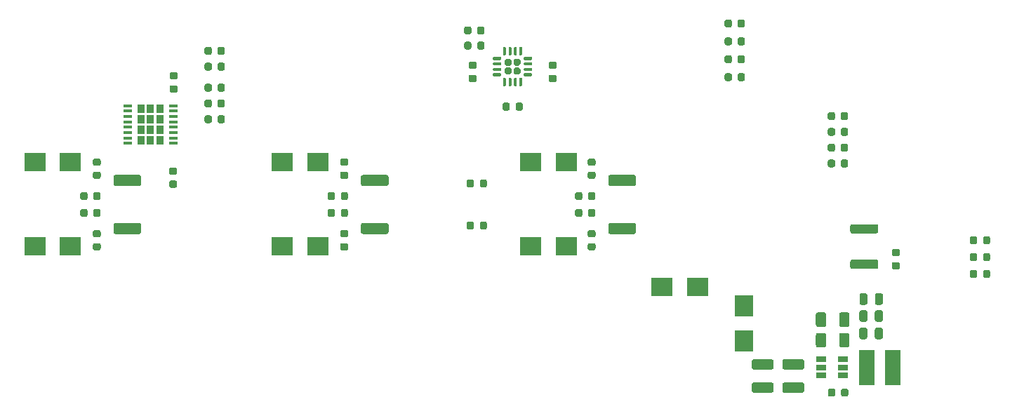
<source format=gbr>
%TF.GenerationSoftware,KiCad,Pcbnew,(5.1.6)-1*%
%TF.CreationDate,2020-09-09T14:21:18+02:00*%
%TF.ProjectId,TougherPowerMeter-FeatherWing,546f7567-6865-4725-906f-7765724d6574,rev?*%
%TF.SameCoordinates,Original*%
%TF.FileFunction,Paste,Bot*%
%TF.FilePolarity,Positive*%
%FSLAX46Y46*%
G04 Gerber Fmt 4.6, Leading zero omitted, Abs format (unit mm)*
G04 Created by KiCad (PCBNEW (5.1.6)-1) date 2020-09-09 14:21:18*
%MOMM*%
%LPD*%
G01*
G04 APERTURE LIST*
%ADD10R,2.300000X2.500000*%
%ADD11R,1.220000X0.650000*%
%ADD12R,0.880000X1.050000*%
%ADD13R,1.050000X0.450000*%
%ADD14R,1.980000X4.200000*%
%ADD15R,2.500000X2.300000*%
G04 APERTURE END LIST*
%TO.C,C23*%
G36*
G01*
X204983500Y-90626250D02*
X204983500Y-89713750D01*
G75*
G02*
X205227250Y-89470000I243750J0D01*
G01*
X205714750Y-89470000D01*
G75*
G02*
X205958500Y-89713750I0J-243750D01*
G01*
X205958500Y-90626250D01*
G75*
G02*
X205714750Y-90870000I-243750J0D01*
G01*
X205227250Y-90870000D01*
G75*
G02*
X204983500Y-90626250I0J243750D01*
G01*
G37*
G36*
G01*
X203108500Y-90626250D02*
X203108500Y-89713750D01*
G75*
G02*
X203352250Y-89470000I243750J0D01*
G01*
X203839750Y-89470000D01*
G75*
G02*
X204083500Y-89713750I0J-243750D01*
G01*
X204083500Y-90626250D01*
G75*
G02*
X203839750Y-90870000I-243750J0D01*
G01*
X203352250Y-90870000D01*
G75*
G02*
X203108500Y-90626250I0J243750D01*
G01*
G37*
%TD*%
%TO.C,C22*%
G36*
G01*
X199107000Y-92037500D02*
X199107000Y-93287500D01*
G75*
G02*
X198857000Y-93537500I-250000J0D01*
G01*
X198107000Y-93537500D01*
G75*
G02*
X197857000Y-93287500I0J250000D01*
G01*
X197857000Y-92037500D01*
G75*
G02*
X198107000Y-91787500I250000J0D01*
G01*
X198857000Y-91787500D01*
G75*
G02*
X199107000Y-92037500I0J-250000D01*
G01*
G37*
G36*
G01*
X201907000Y-92037500D02*
X201907000Y-93287500D01*
G75*
G02*
X201657000Y-93537500I-250000J0D01*
G01*
X200907000Y-93537500D01*
G75*
G02*
X200657000Y-93287500I0J250000D01*
G01*
X200657000Y-92037500D01*
G75*
G02*
X200907000Y-91787500I250000J0D01*
G01*
X201657000Y-91787500D01*
G75*
G02*
X201907000Y-92037500I0J-250000D01*
G01*
G37*
%TD*%
%TO.C,C21*%
G36*
G01*
X192511500Y-98682000D02*
X190361500Y-98682000D01*
G75*
G02*
X190111500Y-98432000I0J250000D01*
G01*
X190111500Y-97682000D01*
G75*
G02*
X190361500Y-97432000I250000J0D01*
G01*
X192511500Y-97432000D01*
G75*
G02*
X192761500Y-97682000I0J-250000D01*
G01*
X192761500Y-98432000D01*
G75*
G02*
X192511500Y-98682000I-250000J0D01*
G01*
G37*
G36*
G01*
X192511500Y-101482000D02*
X190361500Y-101482000D01*
G75*
G02*
X190111500Y-101232000I0J250000D01*
G01*
X190111500Y-100482000D01*
G75*
G02*
X190361500Y-100232000I250000J0D01*
G01*
X192511500Y-100232000D01*
G75*
G02*
X192761500Y-100482000I0J-250000D01*
G01*
X192761500Y-101232000D01*
G75*
G02*
X192511500Y-101482000I-250000J0D01*
G01*
G37*
%TD*%
%TO.C,C2*%
G36*
G01*
X196194500Y-98682000D02*
X194044500Y-98682000D01*
G75*
G02*
X193794500Y-98432000I0J250000D01*
G01*
X193794500Y-97682000D01*
G75*
G02*
X194044500Y-97432000I250000J0D01*
G01*
X196194500Y-97432000D01*
G75*
G02*
X196444500Y-97682000I0J-250000D01*
G01*
X196444500Y-98432000D01*
G75*
G02*
X196194500Y-98682000I-250000J0D01*
G01*
G37*
G36*
G01*
X196194500Y-101482000D02*
X194044500Y-101482000D01*
G75*
G02*
X193794500Y-101232000I0J250000D01*
G01*
X193794500Y-100482000D01*
G75*
G02*
X194044500Y-100232000I250000J0D01*
G01*
X196194500Y-100232000D01*
G75*
G02*
X196444500Y-100482000I0J-250000D01*
G01*
X196444500Y-101232000D01*
G75*
G02*
X196194500Y-101482000I-250000J0D01*
G01*
G37*
%TD*%
D10*
%TO.C,D8*%
X189214000Y-90957000D03*
X189214000Y-95257000D03*
%TD*%
%TO.C,R1*%
G36*
G01*
X187721000Y-60973750D02*
X187721000Y-61486250D01*
G75*
G02*
X187502250Y-61705000I-218750J0D01*
G01*
X187064750Y-61705000D01*
G75*
G02*
X186846000Y-61486250I0J218750D01*
G01*
X186846000Y-60973750D01*
G75*
G02*
X187064750Y-60755000I218750J0D01*
G01*
X187502250Y-60755000D01*
G75*
G02*
X187721000Y-60973750I0J-218750D01*
G01*
G37*
G36*
G01*
X189296000Y-60973750D02*
X189296000Y-61486250D01*
G75*
G02*
X189077250Y-61705000I-218750J0D01*
G01*
X188639750Y-61705000D01*
G75*
G02*
X188421000Y-61486250I0J218750D01*
G01*
X188421000Y-60973750D01*
G75*
G02*
X188639750Y-60755000I218750J0D01*
G01*
X189077250Y-60755000D01*
G75*
G02*
X189296000Y-60973750I0J-218750D01*
G01*
G37*
%TD*%
%TO.C,R26*%
G36*
G01*
X125683000Y-66820250D02*
X125683000Y-66307750D01*
G75*
G02*
X125901750Y-66089000I218750J0D01*
G01*
X126339250Y-66089000D01*
G75*
G02*
X126558000Y-66307750I0J-218750D01*
G01*
X126558000Y-66820250D01*
G75*
G02*
X126339250Y-67039000I-218750J0D01*
G01*
X125901750Y-67039000D01*
G75*
G02*
X125683000Y-66820250I0J218750D01*
G01*
G37*
G36*
G01*
X124108000Y-66820250D02*
X124108000Y-66307750D01*
G75*
G02*
X124326750Y-66089000I218750J0D01*
G01*
X124764250Y-66089000D01*
G75*
G02*
X124983000Y-66307750I0J-218750D01*
G01*
X124983000Y-66820250D01*
G75*
G02*
X124764250Y-67039000I-218750J0D01*
G01*
X124326750Y-67039000D01*
G75*
G02*
X124108000Y-66820250I0J218750D01*
G01*
G37*
%TD*%
%TO.C,R25*%
G36*
G01*
X125683000Y-64915250D02*
X125683000Y-64402750D01*
G75*
G02*
X125901750Y-64184000I218750J0D01*
G01*
X126339250Y-64184000D01*
G75*
G02*
X126558000Y-64402750I0J-218750D01*
G01*
X126558000Y-64915250D01*
G75*
G02*
X126339250Y-65134000I-218750J0D01*
G01*
X125901750Y-65134000D01*
G75*
G02*
X125683000Y-64915250I0J218750D01*
G01*
G37*
G36*
G01*
X124108000Y-64915250D02*
X124108000Y-64402750D01*
G75*
G02*
X124326750Y-64184000I218750J0D01*
G01*
X124764250Y-64184000D01*
G75*
G02*
X124983000Y-64402750I0J-218750D01*
G01*
X124983000Y-64915250D01*
G75*
G02*
X124764250Y-65134000I-218750J0D01*
G01*
X124326750Y-65134000D01*
G75*
G02*
X124108000Y-64915250I0J218750D01*
G01*
G37*
%TD*%
%TO.C,F1*%
G36*
G01*
X202241999Y-85411000D02*
X205142001Y-85411000D01*
G75*
G02*
X205392000Y-85660999I0J-249999D01*
G01*
X205392000Y-86286001D01*
G75*
G02*
X205142001Y-86536000I-249999J0D01*
G01*
X202241999Y-86536000D01*
G75*
G02*
X201992000Y-86286001I0J249999D01*
G01*
X201992000Y-85660999D01*
G75*
G02*
X202241999Y-85411000I249999J0D01*
G01*
G37*
G36*
G01*
X202241999Y-81136000D02*
X205142001Y-81136000D01*
G75*
G02*
X205392000Y-81385999I0J-249999D01*
G01*
X205392000Y-82011001D01*
G75*
G02*
X205142001Y-82261000I-249999J0D01*
G01*
X202241999Y-82261000D01*
G75*
G02*
X201992000Y-82011001I0J249999D01*
G01*
X201992000Y-81385999D01*
G75*
G02*
X202241999Y-81136000I249999J0D01*
G01*
G37*
%TD*%
%TO.C,C20*%
G36*
G01*
X120060250Y-75867500D02*
X120572750Y-75867500D01*
G75*
G02*
X120791500Y-76086250I0J-218750D01*
G01*
X120791500Y-76523750D01*
G75*
G02*
X120572750Y-76742500I-218750J0D01*
G01*
X120060250Y-76742500D01*
G75*
G02*
X119841500Y-76523750I0J218750D01*
G01*
X119841500Y-76086250D01*
G75*
G02*
X120060250Y-75867500I218750J0D01*
G01*
G37*
G36*
G01*
X120060250Y-74292500D02*
X120572750Y-74292500D01*
G75*
G02*
X120791500Y-74511250I0J-218750D01*
G01*
X120791500Y-74948750D01*
G75*
G02*
X120572750Y-75167500I-218750J0D01*
G01*
X120060250Y-75167500D01*
G75*
G02*
X119841500Y-74948750I0J218750D01*
G01*
X119841500Y-74511250D01*
G75*
G02*
X120060250Y-74292500I218750J0D01*
G01*
G37*
%TD*%
%TO.C,C19*%
G36*
G01*
X218012000Y-83330250D02*
X218012000Y-82817750D01*
G75*
G02*
X218230750Y-82599000I218750J0D01*
G01*
X218668250Y-82599000D01*
G75*
G02*
X218887000Y-82817750I0J-218750D01*
G01*
X218887000Y-83330250D01*
G75*
G02*
X218668250Y-83549000I-218750J0D01*
G01*
X218230750Y-83549000D01*
G75*
G02*
X218012000Y-83330250I0J218750D01*
G01*
G37*
G36*
G01*
X216437000Y-83330250D02*
X216437000Y-82817750D01*
G75*
G02*
X216655750Y-82599000I218750J0D01*
G01*
X217093250Y-82599000D01*
G75*
G02*
X217312000Y-82817750I0J-218750D01*
G01*
X217312000Y-83330250D01*
G75*
G02*
X217093250Y-83549000I-218750J0D01*
G01*
X216655750Y-83549000D01*
G75*
G02*
X216437000Y-83330250I0J218750D01*
G01*
G37*
%TD*%
%TO.C,C7*%
G36*
G01*
X120636250Y-63674000D02*
X120123750Y-63674000D01*
G75*
G02*
X119905000Y-63455250I0J218750D01*
G01*
X119905000Y-63017750D01*
G75*
G02*
X120123750Y-62799000I218750J0D01*
G01*
X120636250Y-62799000D01*
G75*
G02*
X120855000Y-63017750I0J-218750D01*
G01*
X120855000Y-63455250D01*
G75*
G02*
X120636250Y-63674000I-218750J0D01*
G01*
G37*
G36*
G01*
X120636250Y-65249000D02*
X120123750Y-65249000D01*
G75*
G02*
X119905000Y-65030250I0J218750D01*
G01*
X119905000Y-64592750D01*
G75*
G02*
X120123750Y-64374000I218750J0D01*
G01*
X120636250Y-64374000D01*
G75*
G02*
X120855000Y-64592750I0J-218750D01*
G01*
X120855000Y-65030250D01*
G75*
G02*
X120636250Y-65249000I-218750J0D01*
G01*
G37*
%TD*%
%TO.C,C6*%
G36*
G01*
X204967500Y-94769750D02*
X204967500Y-93857250D01*
G75*
G02*
X205211250Y-93613500I243750J0D01*
G01*
X205698750Y-93613500D01*
G75*
G02*
X205942500Y-93857250I0J-243750D01*
G01*
X205942500Y-94769750D01*
G75*
G02*
X205698750Y-95013500I-243750J0D01*
G01*
X205211250Y-95013500D01*
G75*
G02*
X204967500Y-94769750I0J243750D01*
G01*
G37*
G36*
G01*
X203092500Y-94769750D02*
X203092500Y-93857250D01*
G75*
G02*
X203336250Y-93613500I243750J0D01*
G01*
X203823750Y-93613500D01*
G75*
G02*
X204067500Y-93857250I0J-243750D01*
G01*
X204067500Y-94769750D01*
G75*
G02*
X203823750Y-95013500I-243750J0D01*
G01*
X203336250Y-95013500D01*
G75*
G02*
X203092500Y-94769750I0J243750D01*
G01*
G37*
%TD*%
%TO.C,C3*%
G36*
G01*
X199107000Y-94514000D02*
X199107000Y-95764000D01*
G75*
G02*
X198857000Y-96014000I-250000J0D01*
G01*
X198107000Y-96014000D01*
G75*
G02*
X197857000Y-95764000I0J250000D01*
G01*
X197857000Y-94514000D01*
G75*
G02*
X198107000Y-94264000I250000J0D01*
G01*
X198857000Y-94264000D01*
G75*
G02*
X199107000Y-94514000I0J-250000D01*
G01*
G37*
G36*
G01*
X201907000Y-94514000D02*
X201907000Y-95764000D01*
G75*
G02*
X201657000Y-96014000I-250000J0D01*
G01*
X200907000Y-96014000D01*
G75*
G02*
X200657000Y-95764000I0J250000D01*
G01*
X200657000Y-94514000D01*
G75*
G02*
X200907000Y-94264000I250000J0D01*
G01*
X201657000Y-94264000D01*
G75*
G02*
X201907000Y-94514000I0J-250000D01*
G01*
G37*
%TD*%
%TO.C,C1*%
G36*
G01*
X207758250Y-85010000D02*
X207245750Y-85010000D01*
G75*
G02*
X207027000Y-84791250I0J218750D01*
G01*
X207027000Y-84353750D01*
G75*
G02*
X207245750Y-84135000I218750J0D01*
G01*
X207758250Y-84135000D01*
G75*
G02*
X207977000Y-84353750I0J-218750D01*
G01*
X207977000Y-84791250D01*
G75*
G02*
X207758250Y-85010000I-218750J0D01*
G01*
G37*
G36*
G01*
X207758250Y-86585000D02*
X207245750Y-86585000D01*
G75*
G02*
X207027000Y-86366250I0J218750D01*
G01*
X207027000Y-85928750D01*
G75*
G02*
X207245750Y-85710000I218750J0D01*
G01*
X207758250Y-85710000D01*
G75*
G02*
X207977000Y-85928750I0J-218750D01*
G01*
X207977000Y-86366250D01*
G75*
G02*
X207758250Y-86585000I-218750J0D01*
G01*
G37*
%TD*%
D11*
%TO.C,U1*%
X201153900Y-99352900D03*
X201153900Y-98402900D03*
X201153900Y-97452900D03*
X198533900Y-97452900D03*
X198533900Y-98402900D03*
X198533900Y-99352900D03*
%TD*%
D12*
%TO.C,U2*%
X118719400Y-70979000D03*
X117586000Y-70979000D03*
X116452600Y-70979000D03*
X118719400Y-69729000D03*
X117586000Y-69729000D03*
X116452600Y-69729000D03*
X118719400Y-68479000D03*
X117586000Y-68479000D03*
X116452600Y-68479000D03*
X116452600Y-67229000D03*
X117586000Y-67229000D03*
X118719400Y-67229000D03*
D13*
X114811000Y-66829000D03*
X114811000Y-67479000D03*
X114811000Y-68129000D03*
X114811000Y-68779000D03*
X114811000Y-69429000D03*
X114811000Y-70079000D03*
X114811000Y-70729000D03*
X114811000Y-71379000D03*
X120361000Y-71379000D03*
X120361000Y-70729000D03*
X120361000Y-70079000D03*
X120361000Y-69429000D03*
X120361000Y-68779000D03*
X120361000Y-68129000D03*
X120361000Y-67479000D03*
X120361000Y-66829000D03*
%TD*%
%TO.C,R7*%
G36*
G01*
X125683000Y-60470250D02*
X125683000Y-59957750D01*
G75*
G02*
X125901750Y-59739000I218750J0D01*
G01*
X126339250Y-59739000D01*
G75*
G02*
X126558000Y-59957750I0J-218750D01*
G01*
X126558000Y-60470250D01*
G75*
G02*
X126339250Y-60689000I-218750J0D01*
G01*
X125901750Y-60689000D01*
G75*
G02*
X125683000Y-60470250I0J218750D01*
G01*
G37*
G36*
G01*
X124108000Y-60470250D02*
X124108000Y-59957750D01*
G75*
G02*
X124326750Y-59739000I218750J0D01*
G01*
X124764250Y-59739000D01*
G75*
G02*
X124983000Y-59957750I0J-218750D01*
G01*
X124983000Y-60470250D01*
G75*
G02*
X124764250Y-60689000I-218750J0D01*
G01*
X124326750Y-60689000D01*
G75*
G02*
X124108000Y-60470250I0J218750D01*
G01*
G37*
%TD*%
%TO.C,R6*%
G36*
G01*
X125683000Y-62375250D02*
X125683000Y-61862750D01*
G75*
G02*
X125901750Y-61644000I218750J0D01*
G01*
X126339250Y-61644000D01*
G75*
G02*
X126558000Y-61862750I0J-218750D01*
G01*
X126558000Y-62375250D01*
G75*
G02*
X126339250Y-62594000I-218750J0D01*
G01*
X125901750Y-62594000D01*
G75*
G02*
X125683000Y-62375250I0J218750D01*
G01*
G37*
G36*
G01*
X124108000Y-62375250D02*
X124108000Y-61862750D01*
G75*
G02*
X124326750Y-61644000I218750J0D01*
G01*
X124764250Y-61644000D01*
G75*
G02*
X124983000Y-61862750I0J-218750D01*
G01*
X124983000Y-62375250D01*
G75*
G02*
X124764250Y-62594000I-218750J0D01*
G01*
X124326750Y-62594000D01*
G75*
G02*
X124108000Y-62375250I0J218750D01*
G01*
G37*
%TD*%
%TO.C,R5*%
G36*
G01*
X218012000Y-85362250D02*
X218012000Y-84849750D01*
G75*
G02*
X218230750Y-84631000I218750J0D01*
G01*
X218668250Y-84631000D01*
G75*
G02*
X218887000Y-84849750I0J-218750D01*
G01*
X218887000Y-85362250D01*
G75*
G02*
X218668250Y-85581000I-218750J0D01*
G01*
X218230750Y-85581000D01*
G75*
G02*
X218012000Y-85362250I0J218750D01*
G01*
G37*
G36*
G01*
X216437000Y-85362250D02*
X216437000Y-84849750D01*
G75*
G02*
X216655750Y-84631000I218750J0D01*
G01*
X217093250Y-84631000D01*
G75*
G02*
X217312000Y-84849750I0J-218750D01*
G01*
X217312000Y-85362250D01*
G75*
G02*
X217093250Y-85581000I-218750J0D01*
G01*
X216655750Y-85581000D01*
G75*
G02*
X216437000Y-85362250I0J218750D01*
G01*
G37*
%TD*%
%TO.C,R4*%
G36*
G01*
X125683000Y-68725250D02*
X125683000Y-68212750D01*
G75*
G02*
X125901750Y-67994000I218750J0D01*
G01*
X126339250Y-67994000D01*
G75*
G02*
X126558000Y-68212750I0J-218750D01*
G01*
X126558000Y-68725250D01*
G75*
G02*
X126339250Y-68944000I-218750J0D01*
G01*
X125901750Y-68944000D01*
G75*
G02*
X125683000Y-68725250I0J218750D01*
G01*
G37*
G36*
G01*
X124108000Y-68725250D02*
X124108000Y-68212750D01*
G75*
G02*
X124326750Y-67994000I218750J0D01*
G01*
X124764250Y-67994000D01*
G75*
G02*
X124983000Y-68212750I0J-218750D01*
G01*
X124983000Y-68725250D01*
G75*
G02*
X124764250Y-68944000I-218750J0D01*
G01*
X124326750Y-68944000D01*
G75*
G02*
X124108000Y-68725250I0J218750D01*
G01*
G37*
%TD*%
%TO.C,R3*%
G36*
G01*
X218012000Y-87394250D02*
X218012000Y-86881750D01*
G75*
G02*
X218230750Y-86663000I218750J0D01*
G01*
X218668250Y-86663000D01*
G75*
G02*
X218887000Y-86881750I0J-218750D01*
G01*
X218887000Y-87394250D01*
G75*
G02*
X218668250Y-87613000I-218750J0D01*
G01*
X218230750Y-87613000D01*
G75*
G02*
X218012000Y-87394250I0J218750D01*
G01*
G37*
G36*
G01*
X216437000Y-87394250D02*
X216437000Y-86881750D01*
G75*
G02*
X216655750Y-86663000I218750J0D01*
G01*
X217093250Y-86663000D01*
G75*
G02*
X217312000Y-86881750I0J-218750D01*
G01*
X217312000Y-87394250D01*
G75*
G02*
X217093250Y-87613000I-218750J0D01*
G01*
X216655750Y-87613000D01*
G75*
G02*
X216437000Y-87394250I0J218750D01*
G01*
G37*
%TD*%
%TO.C,R2*%
G36*
G01*
X187721000Y-58814750D02*
X187721000Y-59327250D01*
G75*
G02*
X187502250Y-59546000I-218750J0D01*
G01*
X187064750Y-59546000D01*
G75*
G02*
X186846000Y-59327250I0J218750D01*
G01*
X186846000Y-58814750D01*
G75*
G02*
X187064750Y-58596000I218750J0D01*
G01*
X187502250Y-58596000D01*
G75*
G02*
X187721000Y-58814750I0J-218750D01*
G01*
G37*
G36*
G01*
X189296000Y-58814750D02*
X189296000Y-59327250D01*
G75*
G02*
X189077250Y-59546000I-218750J0D01*
G01*
X188639750Y-59546000D01*
G75*
G02*
X188421000Y-59327250I0J218750D01*
G01*
X188421000Y-58814750D01*
G75*
G02*
X188639750Y-58596000I218750J0D01*
G01*
X189077250Y-58596000D01*
G75*
G02*
X189296000Y-58814750I0J-218750D01*
G01*
G37*
%TD*%
D14*
%TO.C,L1*%
X207133900Y-98402900D03*
X203983900Y-98402900D03*
%TD*%
D15*
%TO.C,D1*%
X183553500Y-88725500D03*
X179253500Y-88725500D03*
%TD*%
%TO.C,C5*%
G36*
G01*
X204967500Y-92674250D02*
X204967500Y-91761750D01*
G75*
G02*
X205211250Y-91518000I243750J0D01*
G01*
X205698750Y-91518000D01*
G75*
G02*
X205942500Y-91761750I0J-243750D01*
G01*
X205942500Y-92674250D01*
G75*
G02*
X205698750Y-92918000I-243750J0D01*
G01*
X205211250Y-92918000D01*
G75*
G02*
X204967500Y-92674250I0J243750D01*
G01*
G37*
G36*
G01*
X203092500Y-92674250D02*
X203092500Y-91761750D01*
G75*
G02*
X203336250Y-91518000I243750J0D01*
G01*
X203823750Y-91518000D01*
G75*
G02*
X204067500Y-91761750I0J-243750D01*
G01*
X204067500Y-92674250D01*
G75*
G02*
X203823750Y-92918000I-243750J0D01*
G01*
X203336250Y-92918000D01*
G75*
G02*
X203092500Y-92674250I0J243750D01*
G01*
G37*
%TD*%
%TO.C,C4*%
G36*
G01*
X200192400Y-101207350D02*
X200192400Y-101719850D01*
G75*
G02*
X199973650Y-101938600I-218750J0D01*
G01*
X199536150Y-101938600D01*
G75*
G02*
X199317400Y-101719850I0J218750D01*
G01*
X199317400Y-101207350D01*
G75*
G02*
X199536150Y-100988600I218750J0D01*
G01*
X199973650Y-100988600D01*
G75*
G02*
X200192400Y-101207350I0J-218750D01*
G01*
G37*
G36*
G01*
X201767400Y-101207350D02*
X201767400Y-101719850D01*
G75*
G02*
X201548650Y-101938600I-218750J0D01*
G01*
X201111150Y-101938600D01*
G75*
G02*
X200892400Y-101719850I0J218750D01*
G01*
X200892400Y-101207350D01*
G75*
G02*
X201111150Y-100988600I218750J0D01*
G01*
X201548650Y-100988600D01*
G75*
G02*
X201767400Y-101207350I0J-218750D01*
G01*
G37*
%TD*%
%TO.C,C18*%
G36*
G01*
X156301200Y-57493950D02*
X156301200Y-58006450D01*
G75*
G02*
X156082450Y-58225200I-218750J0D01*
G01*
X155644950Y-58225200D01*
G75*
G02*
X155426200Y-58006450I0J218750D01*
G01*
X155426200Y-57493950D01*
G75*
G02*
X155644950Y-57275200I218750J0D01*
G01*
X156082450Y-57275200D01*
G75*
G02*
X156301200Y-57493950I0J-218750D01*
G01*
G37*
G36*
G01*
X157876200Y-57493950D02*
X157876200Y-58006450D01*
G75*
G02*
X157657450Y-58225200I-218750J0D01*
G01*
X157219950Y-58225200D01*
G75*
G02*
X157001200Y-58006450I0J218750D01*
G01*
X157001200Y-57493950D01*
G75*
G02*
X157219950Y-57275200I218750J0D01*
G01*
X157657450Y-57275200D01*
G75*
G02*
X157876200Y-57493950I0J-218750D01*
G01*
G37*
%TD*%
%TO.C,R17*%
G36*
G01*
X113366999Y-80981000D02*
X116217001Y-80981000D01*
G75*
G02*
X116467000Y-81230999I0J-249999D01*
G01*
X116467000Y-82081001D01*
G75*
G02*
X116217001Y-82331000I-249999J0D01*
G01*
X113366999Y-82331000D01*
G75*
G02*
X113117000Y-82081001I0J249999D01*
G01*
X113117000Y-81230999D01*
G75*
G02*
X113366999Y-80981000I249999J0D01*
G01*
G37*
G36*
G01*
X113366999Y-75181000D02*
X116217001Y-75181000D01*
G75*
G02*
X116467000Y-75430999I0J-249999D01*
G01*
X116467000Y-76281001D01*
G75*
G02*
X116217001Y-76531000I-249999J0D01*
G01*
X113366999Y-76531000D01*
G75*
G02*
X113117000Y-76281001I0J249999D01*
G01*
X113117000Y-75430999D01*
G75*
G02*
X113366999Y-75181000I249999J0D01*
G01*
G37*
%TD*%
%TO.C,U4*%
G36*
G01*
X161374000Y-61806500D02*
X161374000Y-61381500D01*
G75*
G02*
X161586500Y-61169000I212500J0D01*
G01*
X162011500Y-61169000D01*
G75*
G02*
X162224000Y-61381500I0J-212500D01*
G01*
X162224000Y-61806500D01*
G75*
G02*
X162011500Y-62019000I-212500J0D01*
G01*
X161586500Y-62019000D01*
G75*
G02*
X161374000Y-61806500I0J212500D01*
G01*
G37*
G36*
G01*
X161374000Y-62856500D02*
X161374000Y-62431500D01*
G75*
G02*
X161586500Y-62219000I212500J0D01*
G01*
X162011500Y-62219000D01*
G75*
G02*
X162224000Y-62431500I0J-212500D01*
G01*
X162224000Y-62856500D01*
G75*
G02*
X162011500Y-63069000I-212500J0D01*
G01*
X161586500Y-63069000D01*
G75*
G02*
X161374000Y-62856500I0J212500D01*
G01*
G37*
G36*
G01*
X160324000Y-61806500D02*
X160324000Y-61381500D01*
G75*
G02*
X160536500Y-61169000I212500J0D01*
G01*
X160961500Y-61169000D01*
G75*
G02*
X161174000Y-61381500I0J-212500D01*
G01*
X161174000Y-61806500D01*
G75*
G02*
X160961500Y-62019000I-212500J0D01*
G01*
X160536500Y-62019000D01*
G75*
G02*
X160324000Y-61806500I0J212500D01*
G01*
G37*
G36*
G01*
X160324000Y-62856500D02*
X160324000Y-62431500D01*
G75*
G02*
X160536500Y-62219000I212500J0D01*
G01*
X160961500Y-62219000D01*
G75*
G02*
X161174000Y-62431500I0J-212500D01*
G01*
X161174000Y-62856500D01*
G75*
G02*
X160961500Y-63069000I-212500J0D01*
G01*
X160536500Y-63069000D01*
G75*
G02*
X160324000Y-62856500I0J212500D01*
G01*
G37*
G36*
G01*
X160124000Y-64406500D02*
X160124000Y-63556500D01*
G75*
G02*
X160211500Y-63469000I87500J0D01*
G01*
X160386500Y-63469000D01*
G75*
G02*
X160474000Y-63556500I0J-87500D01*
G01*
X160474000Y-64406500D01*
G75*
G02*
X160386500Y-64494000I-87500J0D01*
G01*
X160211500Y-64494000D01*
G75*
G02*
X160124000Y-64406500I0J87500D01*
G01*
G37*
G36*
G01*
X160774000Y-64406500D02*
X160774000Y-63556500D01*
G75*
G02*
X160861500Y-63469000I87500J0D01*
G01*
X161036500Y-63469000D01*
G75*
G02*
X161124000Y-63556500I0J-87500D01*
G01*
X161124000Y-64406500D01*
G75*
G02*
X161036500Y-64494000I-87500J0D01*
G01*
X160861500Y-64494000D01*
G75*
G02*
X160774000Y-64406500I0J87500D01*
G01*
G37*
G36*
G01*
X161424000Y-64406500D02*
X161424000Y-63556500D01*
G75*
G02*
X161511500Y-63469000I87500J0D01*
G01*
X161686500Y-63469000D01*
G75*
G02*
X161774000Y-63556500I0J-87500D01*
G01*
X161774000Y-64406500D01*
G75*
G02*
X161686500Y-64494000I-87500J0D01*
G01*
X161511500Y-64494000D01*
G75*
G02*
X161424000Y-64406500I0J87500D01*
G01*
G37*
G36*
G01*
X162074000Y-64406500D02*
X162074000Y-63556500D01*
G75*
G02*
X162161500Y-63469000I87500J0D01*
G01*
X162336500Y-63469000D01*
G75*
G02*
X162424000Y-63556500I0J-87500D01*
G01*
X162424000Y-64406500D01*
G75*
G02*
X162336500Y-64494000I-87500J0D01*
G01*
X162161500Y-64494000D01*
G75*
G02*
X162074000Y-64406500I0J87500D01*
G01*
G37*
G36*
G01*
X162624000Y-63181500D02*
X162624000Y-63006500D01*
G75*
G02*
X162711500Y-62919000I87500J0D01*
G01*
X163561500Y-62919000D01*
G75*
G02*
X163649000Y-63006500I0J-87500D01*
G01*
X163649000Y-63181500D01*
G75*
G02*
X163561500Y-63269000I-87500J0D01*
G01*
X162711500Y-63269000D01*
G75*
G02*
X162624000Y-63181500I0J87500D01*
G01*
G37*
G36*
G01*
X162624000Y-62531500D02*
X162624000Y-62356500D01*
G75*
G02*
X162711500Y-62269000I87500J0D01*
G01*
X163561500Y-62269000D01*
G75*
G02*
X163649000Y-62356500I0J-87500D01*
G01*
X163649000Y-62531500D01*
G75*
G02*
X163561500Y-62619000I-87500J0D01*
G01*
X162711500Y-62619000D01*
G75*
G02*
X162624000Y-62531500I0J87500D01*
G01*
G37*
G36*
G01*
X162624000Y-61881500D02*
X162624000Y-61706500D01*
G75*
G02*
X162711500Y-61619000I87500J0D01*
G01*
X163561500Y-61619000D01*
G75*
G02*
X163649000Y-61706500I0J-87500D01*
G01*
X163649000Y-61881500D01*
G75*
G02*
X163561500Y-61969000I-87500J0D01*
G01*
X162711500Y-61969000D01*
G75*
G02*
X162624000Y-61881500I0J87500D01*
G01*
G37*
G36*
G01*
X162624000Y-61231500D02*
X162624000Y-61056500D01*
G75*
G02*
X162711500Y-60969000I87500J0D01*
G01*
X163561500Y-60969000D01*
G75*
G02*
X163649000Y-61056500I0J-87500D01*
G01*
X163649000Y-61231500D01*
G75*
G02*
X163561500Y-61319000I-87500J0D01*
G01*
X162711500Y-61319000D01*
G75*
G02*
X162624000Y-61231500I0J87500D01*
G01*
G37*
G36*
G01*
X162074000Y-60681500D02*
X162074000Y-59831500D01*
G75*
G02*
X162161500Y-59744000I87500J0D01*
G01*
X162336500Y-59744000D01*
G75*
G02*
X162424000Y-59831500I0J-87500D01*
G01*
X162424000Y-60681500D01*
G75*
G02*
X162336500Y-60769000I-87500J0D01*
G01*
X162161500Y-60769000D01*
G75*
G02*
X162074000Y-60681500I0J87500D01*
G01*
G37*
G36*
G01*
X161424000Y-60681500D02*
X161424000Y-59831500D01*
G75*
G02*
X161511500Y-59744000I87500J0D01*
G01*
X161686500Y-59744000D01*
G75*
G02*
X161774000Y-59831500I0J-87500D01*
G01*
X161774000Y-60681500D01*
G75*
G02*
X161686500Y-60769000I-87500J0D01*
G01*
X161511500Y-60769000D01*
G75*
G02*
X161424000Y-60681500I0J87500D01*
G01*
G37*
G36*
G01*
X160774000Y-60681500D02*
X160774000Y-59831500D01*
G75*
G02*
X160861500Y-59744000I87500J0D01*
G01*
X161036500Y-59744000D01*
G75*
G02*
X161124000Y-59831500I0J-87500D01*
G01*
X161124000Y-60681500D01*
G75*
G02*
X161036500Y-60769000I-87500J0D01*
G01*
X160861500Y-60769000D01*
G75*
G02*
X160774000Y-60681500I0J87500D01*
G01*
G37*
G36*
G01*
X160124000Y-60681500D02*
X160124000Y-59831500D01*
G75*
G02*
X160211500Y-59744000I87500J0D01*
G01*
X160386500Y-59744000D01*
G75*
G02*
X160474000Y-59831500I0J-87500D01*
G01*
X160474000Y-60681500D01*
G75*
G02*
X160386500Y-60769000I-87500J0D01*
G01*
X160211500Y-60769000D01*
G75*
G02*
X160124000Y-60681500I0J87500D01*
G01*
G37*
G36*
G01*
X158899000Y-61231500D02*
X158899000Y-61056500D01*
G75*
G02*
X158986500Y-60969000I87500J0D01*
G01*
X159836500Y-60969000D01*
G75*
G02*
X159924000Y-61056500I0J-87500D01*
G01*
X159924000Y-61231500D01*
G75*
G02*
X159836500Y-61319000I-87500J0D01*
G01*
X158986500Y-61319000D01*
G75*
G02*
X158899000Y-61231500I0J87500D01*
G01*
G37*
G36*
G01*
X158899000Y-61881500D02*
X158899000Y-61706500D01*
G75*
G02*
X158986500Y-61619000I87500J0D01*
G01*
X159836500Y-61619000D01*
G75*
G02*
X159924000Y-61706500I0J-87500D01*
G01*
X159924000Y-61881500D01*
G75*
G02*
X159836500Y-61969000I-87500J0D01*
G01*
X158986500Y-61969000D01*
G75*
G02*
X158899000Y-61881500I0J87500D01*
G01*
G37*
G36*
G01*
X158899000Y-62531500D02*
X158899000Y-62356500D01*
G75*
G02*
X158986500Y-62269000I87500J0D01*
G01*
X159836500Y-62269000D01*
G75*
G02*
X159924000Y-62356500I0J-87500D01*
G01*
X159924000Y-62531500D01*
G75*
G02*
X159836500Y-62619000I-87500J0D01*
G01*
X158986500Y-62619000D01*
G75*
G02*
X158899000Y-62531500I0J87500D01*
G01*
G37*
G36*
G01*
X158899000Y-63181500D02*
X158899000Y-63006500D01*
G75*
G02*
X158986500Y-62919000I87500J0D01*
G01*
X159836500Y-62919000D01*
G75*
G02*
X159924000Y-63006500I0J-87500D01*
G01*
X159924000Y-63181500D01*
G75*
G02*
X159836500Y-63269000I-87500J0D01*
G01*
X158986500Y-63269000D01*
G75*
G02*
X158899000Y-63181500I0J87500D01*
G01*
G37*
%TD*%
%TO.C,R24*%
G36*
G01*
X169687000Y-79515750D02*
X169687000Y-80028250D01*
G75*
G02*
X169468250Y-80247000I-218750J0D01*
G01*
X169030750Y-80247000D01*
G75*
G02*
X168812000Y-80028250I0J218750D01*
G01*
X168812000Y-79515750D01*
G75*
G02*
X169030750Y-79297000I218750J0D01*
G01*
X169468250Y-79297000D01*
G75*
G02*
X169687000Y-79515750I0J-218750D01*
G01*
G37*
G36*
G01*
X171262000Y-79515750D02*
X171262000Y-80028250D01*
G75*
G02*
X171043250Y-80247000I-218750J0D01*
G01*
X170605750Y-80247000D01*
G75*
G02*
X170387000Y-80028250I0J218750D01*
G01*
X170387000Y-79515750D01*
G75*
G02*
X170605750Y-79297000I218750J0D01*
G01*
X171043250Y-79297000D01*
G75*
G02*
X171262000Y-79515750I0J-218750D01*
G01*
G37*
%TD*%
%TO.C,R23*%
G36*
G01*
X173056999Y-80981000D02*
X175907001Y-80981000D01*
G75*
G02*
X176157000Y-81230999I0J-249999D01*
G01*
X176157000Y-82081001D01*
G75*
G02*
X175907001Y-82331000I-249999J0D01*
G01*
X173056999Y-82331000D01*
G75*
G02*
X172807000Y-82081001I0J249999D01*
G01*
X172807000Y-81230999D01*
G75*
G02*
X173056999Y-80981000I249999J0D01*
G01*
G37*
G36*
G01*
X173056999Y-75181000D02*
X175907001Y-75181000D01*
G75*
G02*
X176157000Y-75430999I0J-249999D01*
G01*
X176157000Y-76281001D01*
G75*
G02*
X175907001Y-76531000I-249999J0D01*
G01*
X173056999Y-76531000D01*
G75*
G02*
X172807000Y-76281001I0J249999D01*
G01*
X172807000Y-75430999D01*
G75*
G02*
X173056999Y-75181000I249999J0D01*
G01*
G37*
%TD*%
%TO.C,R22*%
G36*
G01*
X169687000Y-77483750D02*
X169687000Y-77996250D01*
G75*
G02*
X169468250Y-78215000I-218750J0D01*
G01*
X169030750Y-78215000D01*
G75*
G02*
X168812000Y-77996250I0J218750D01*
G01*
X168812000Y-77483750D01*
G75*
G02*
X169030750Y-77265000I218750J0D01*
G01*
X169468250Y-77265000D01*
G75*
G02*
X169687000Y-77483750I0J-218750D01*
G01*
G37*
G36*
G01*
X171262000Y-77483750D02*
X171262000Y-77996250D01*
G75*
G02*
X171043250Y-78215000I-218750J0D01*
G01*
X170605750Y-78215000D01*
G75*
G02*
X170387000Y-77996250I0J218750D01*
G01*
X170387000Y-77483750D01*
G75*
G02*
X170605750Y-77265000I218750J0D01*
G01*
X171043250Y-77265000D01*
G75*
G02*
X171262000Y-77483750I0J-218750D01*
G01*
G37*
%TD*%
%TO.C,R21*%
G36*
G01*
X139842000Y-79515750D02*
X139842000Y-80028250D01*
G75*
G02*
X139623250Y-80247000I-218750J0D01*
G01*
X139185750Y-80247000D01*
G75*
G02*
X138967000Y-80028250I0J218750D01*
G01*
X138967000Y-79515750D01*
G75*
G02*
X139185750Y-79297000I218750J0D01*
G01*
X139623250Y-79297000D01*
G75*
G02*
X139842000Y-79515750I0J-218750D01*
G01*
G37*
G36*
G01*
X141417000Y-79515750D02*
X141417000Y-80028250D01*
G75*
G02*
X141198250Y-80247000I-218750J0D01*
G01*
X140760750Y-80247000D01*
G75*
G02*
X140542000Y-80028250I0J218750D01*
G01*
X140542000Y-79515750D01*
G75*
G02*
X140760750Y-79297000I218750J0D01*
G01*
X141198250Y-79297000D01*
G75*
G02*
X141417000Y-79515750I0J-218750D01*
G01*
G37*
%TD*%
%TO.C,R20*%
G36*
G01*
X143211999Y-80981000D02*
X146062001Y-80981000D01*
G75*
G02*
X146312000Y-81230999I0J-249999D01*
G01*
X146312000Y-82081001D01*
G75*
G02*
X146062001Y-82331000I-249999J0D01*
G01*
X143211999Y-82331000D01*
G75*
G02*
X142962000Y-82081001I0J249999D01*
G01*
X142962000Y-81230999D01*
G75*
G02*
X143211999Y-80981000I249999J0D01*
G01*
G37*
G36*
G01*
X143211999Y-75181000D02*
X146062001Y-75181000D01*
G75*
G02*
X146312000Y-75430999I0J-249999D01*
G01*
X146312000Y-76281001D01*
G75*
G02*
X146062001Y-76531000I-249999J0D01*
G01*
X143211999Y-76531000D01*
G75*
G02*
X142962000Y-76281001I0J249999D01*
G01*
X142962000Y-75430999D01*
G75*
G02*
X143211999Y-75181000I249999J0D01*
G01*
G37*
%TD*%
%TO.C,R19*%
G36*
G01*
X139842000Y-77483750D02*
X139842000Y-77996250D01*
G75*
G02*
X139623250Y-78215000I-218750J0D01*
G01*
X139185750Y-78215000D01*
G75*
G02*
X138967000Y-77996250I0J218750D01*
G01*
X138967000Y-77483750D01*
G75*
G02*
X139185750Y-77265000I218750J0D01*
G01*
X139623250Y-77265000D01*
G75*
G02*
X139842000Y-77483750I0J-218750D01*
G01*
G37*
G36*
G01*
X141417000Y-77483750D02*
X141417000Y-77996250D01*
G75*
G02*
X141198250Y-78215000I-218750J0D01*
G01*
X140760750Y-78215000D01*
G75*
G02*
X140542000Y-77996250I0J218750D01*
G01*
X140542000Y-77483750D01*
G75*
G02*
X140760750Y-77265000I218750J0D01*
G01*
X141198250Y-77265000D01*
G75*
G02*
X141417000Y-77483750I0J-218750D01*
G01*
G37*
%TD*%
%TO.C,R16*%
G36*
G01*
X109997000Y-77483750D02*
X109997000Y-77996250D01*
G75*
G02*
X109778250Y-78215000I-218750J0D01*
G01*
X109340750Y-78215000D01*
G75*
G02*
X109122000Y-77996250I0J218750D01*
G01*
X109122000Y-77483750D01*
G75*
G02*
X109340750Y-77265000I218750J0D01*
G01*
X109778250Y-77265000D01*
G75*
G02*
X109997000Y-77483750I0J-218750D01*
G01*
G37*
G36*
G01*
X111572000Y-77483750D02*
X111572000Y-77996250D01*
G75*
G02*
X111353250Y-78215000I-218750J0D01*
G01*
X110915750Y-78215000D01*
G75*
G02*
X110697000Y-77996250I0J218750D01*
G01*
X110697000Y-77483750D01*
G75*
G02*
X110915750Y-77265000I218750J0D01*
G01*
X111353250Y-77265000D01*
G75*
G02*
X111572000Y-77483750I0J-218750D01*
G01*
G37*
%TD*%
%TO.C,R13*%
G36*
G01*
X156606000Y-81039750D02*
X156606000Y-81552250D01*
G75*
G02*
X156387250Y-81771000I-218750J0D01*
G01*
X155949750Y-81771000D01*
G75*
G02*
X155731000Y-81552250I0J218750D01*
G01*
X155731000Y-81039750D01*
G75*
G02*
X155949750Y-80821000I218750J0D01*
G01*
X156387250Y-80821000D01*
G75*
G02*
X156606000Y-81039750I0J-218750D01*
G01*
G37*
G36*
G01*
X158181000Y-81039750D02*
X158181000Y-81552250D01*
G75*
G02*
X157962250Y-81771000I-218750J0D01*
G01*
X157524750Y-81771000D01*
G75*
G02*
X157306000Y-81552250I0J218750D01*
G01*
X157306000Y-81039750D01*
G75*
G02*
X157524750Y-80821000I218750J0D01*
G01*
X157962250Y-80821000D01*
G75*
G02*
X158181000Y-81039750I0J-218750D01*
G01*
G37*
%TD*%
%TO.C,D7*%
X163442000Y-83836000D03*
X167742000Y-83836000D03*
%TD*%
%TO.C,R18*%
G36*
G01*
X109997000Y-79515750D02*
X109997000Y-80028250D01*
G75*
G02*
X109778250Y-80247000I-218750J0D01*
G01*
X109340750Y-80247000D01*
G75*
G02*
X109122000Y-80028250I0J218750D01*
G01*
X109122000Y-79515750D01*
G75*
G02*
X109340750Y-79297000I218750J0D01*
G01*
X109778250Y-79297000D01*
G75*
G02*
X109997000Y-79515750I0J-218750D01*
G01*
G37*
G36*
G01*
X111572000Y-79515750D02*
X111572000Y-80028250D01*
G75*
G02*
X111353250Y-80247000I-218750J0D01*
G01*
X110915750Y-80247000D01*
G75*
G02*
X110697000Y-80028250I0J218750D01*
G01*
X110697000Y-79515750D01*
G75*
G02*
X110915750Y-79297000I218750J0D01*
G01*
X111353250Y-79297000D01*
G75*
G02*
X111572000Y-79515750I0J-218750D01*
G01*
G37*
%TD*%
%TO.C,R15*%
G36*
G01*
X200167000Y-67831750D02*
X200167000Y-68344250D01*
G75*
G02*
X199948250Y-68563000I-218750J0D01*
G01*
X199510750Y-68563000D01*
G75*
G02*
X199292000Y-68344250I0J218750D01*
G01*
X199292000Y-67831750D01*
G75*
G02*
X199510750Y-67613000I218750J0D01*
G01*
X199948250Y-67613000D01*
G75*
G02*
X200167000Y-67831750I0J-218750D01*
G01*
G37*
G36*
G01*
X201742000Y-67831750D02*
X201742000Y-68344250D01*
G75*
G02*
X201523250Y-68563000I-218750J0D01*
G01*
X201085750Y-68563000D01*
G75*
G02*
X200867000Y-68344250I0J218750D01*
G01*
X200867000Y-67831750D01*
G75*
G02*
X201085750Y-67613000I218750J0D01*
G01*
X201523250Y-67613000D01*
G75*
G02*
X201742000Y-67831750I0J-218750D01*
G01*
G37*
%TD*%
%TO.C,R14*%
G36*
G01*
X157306000Y-76472250D02*
X157306000Y-75959750D01*
G75*
G02*
X157524750Y-75741000I218750J0D01*
G01*
X157962250Y-75741000D01*
G75*
G02*
X158181000Y-75959750I0J-218750D01*
G01*
X158181000Y-76472250D01*
G75*
G02*
X157962250Y-76691000I-218750J0D01*
G01*
X157524750Y-76691000D01*
G75*
G02*
X157306000Y-76472250I0J218750D01*
G01*
G37*
G36*
G01*
X155731000Y-76472250D02*
X155731000Y-75959750D01*
G75*
G02*
X155949750Y-75741000I218750J0D01*
G01*
X156387250Y-75741000D01*
G75*
G02*
X156606000Y-75959750I0J-218750D01*
G01*
X156606000Y-76472250D01*
G75*
G02*
X156387250Y-76691000I-218750J0D01*
G01*
X155949750Y-76691000D01*
G75*
G02*
X155731000Y-76472250I0J218750D01*
G01*
G37*
%TD*%
%TO.C,R12*%
G36*
G01*
X200167000Y-69736750D02*
X200167000Y-70249250D01*
G75*
G02*
X199948250Y-70468000I-218750J0D01*
G01*
X199510750Y-70468000D01*
G75*
G02*
X199292000Y-70249250I0J218750D01*
G01*
X199292000Y-69736750D01*
G75*
G02*
X199510750Y-69518000I218750J0D01*
G01*
X199948250Y-69518000D01*
G75*
G02*
X200167000Y-69736750I0J-218750D01*
G01*
G37*
G36*
G01*
X201742000Y-69736750D02*
X201742000Y-70249250D01*
G75*
G02*
X201523250Y-70468000I-218750J0D01*
G01*
X201085750Y-70468000D01*
G75*
G02*
X200867000Y-70249250I0J218750D01*
G01*
X200867000Y-69736750D01*
G75*
G02*
X201085750Y-69518000I218750J0D01*
G01*
X201523250Y-69518000D01*
G75*
G02*
X201742000Y-69736750I0J-218750D01*
G01*
G37*
%TD*%
%TO.C,R11*%
G36*
G01*
X200167000Y-71641750D02*
X200167000Y-72154250D01*
G75*
G02*
X199948250Y-72373000I-218750J0D01*
G01*
X199510750Y-72373000D01*
G75*
G02*
X199292000Y-72154250I0J218750D01*
G01*
X199292000Y-71641750D01*
G75*
G02*
X199510750Y-71423000I218750J0D01*
G01*
X199948250Y-71423000D01*
G75*
G02*
X200167000Y-71641750I0J-218750D01*
G01*
G37*
G36*
G01*
X201742000Y-71641750D02*
X201742000Y-72154250D01*
G75*
G02*
X201523250Y-72373000I-218750J0D01*
G01*
X201085750Y-72373000D01*
G75*
G02*
X200867000Y-72154250I0J218750D01*
G01*
X200867000Y-71641750D01*
G75*
G02*
X201085750Y-71423000I218750J0D01*
G01*
X201523250Y-71423000D01*
G75*
G02*
X201742000Y-71641750I0J-218750D01*
G01*
G37*
%TD*%
%TO.C,R10*%
G36*
G01*
X187721000Y-56655750D02*
X187721000Y-57168250D01*
G75*
G02*
X187502250Y-57387000I-218750J0D01*
G01*
X187064750Y-57387000D01*
G75*
G02*
X186846000Y-57168250I0J218750D01*
G01*
X186846000Y-56655750D01*
G75*
G02*
X187064750Y-56437000I218750J0D01*
G01*
X187502250Y-56437000D01*
G75*
G02*
X187721000Y-56655750I0J-218750D01*
G01*
G37*
G36*
G01*
X189296000Y-56655750D02*
X189296000Y-57168250D01*
G75*
G02*
X189077250Y-57387000I-218750J0D01*
G01*
X188639750Y-57387000D01*
G75*
G02*
X188421000Y-57168250I0J218750D01*
G01*
X188421000Y-56655750D01*
G75*
G02*
X188639750Y-56437000I218750J0D01*
G01*
X189077250Y-56437000D01*
G75*
G02*
X189296000Y-56655750I0J-218750D01*
G01*
G37*
%TD*%
%TO.C,R9*%
G36*
G01*
X187721000Y-63132750D02*
X187721000Y-63645250D01*
G75*
G02*
X187502250Y-63864000I-218750J0D01*
G01*
X187064750Y-63864000D01*
G75*
G02*
X186846000Y-63645250I0J218750D01*
G01*
X186846000Y-63132750D01*
G75*
G02*
X187064750Y-62914000I218750J0D01*
G01*
X187502250Y-62914000D01*
G75*
G02*
X187721000Y-63132750I0J-218750D01*
G01*
G37*
G36*
G01*
X189296000Y-63132750D02*
X189296000Y-63645250D01*
G75*
G02*
X189077250Y-63864000I-218750J0D01*
G01*
X188639750Y-63864000D01*
G75*
G02*
X188421000Y-63645250I0J218750D01*
G01*
X188421000Y-63132750D01*
G75*
G02*
X188639750Y-62914000I218750J0D01*
G01*
X189077250Y-62914000D01*
G75*
G02*
X189296000Y-63132750I0J-218750D01*
G01*
G37*
%TD*%
%TO.C,R8*%
G36*
G01*
X200167000Y-73546750D02*
X200167000Y-74059250D01*
G75*
G02*
X199948250Y-74278000I-218750J0D01*
G01*
X199510750Y-74278000D01*
G75*
G02*
X199292000Y-74059250I0J218750D01*
G01*
X199292000Y-73546750D01*
G75*
G02*
X199510750Y-73328000I218750J0D01*
G01*
X199948250Y-73328000D01*
G75*
G02*
X200167000Y-73546750I0J-218750D01*
G01*
G37*
G36*
G01*
X201742000Y-73546750D02*
X201742000Y-74059250D01*
G75*
G02*
X201523250Y-74278000I-218750J0D01*
G01*
X201085750Y-74278000D01*
G75*
G02*
X200867000Y-74059250I0J218750D01*
G01*
X200867000Y-73546750D01*
G75*
G02*
X201085750Y-73328000I218750J0D01*
G01*
X201523250Y-73328000D01*
G75*
G02*
X201742000Y-73546750I0J-218750D01*
G01*
G37*
%TD*%
%TO.C,D6*%
X163442000Y-73676000D03*
X167742000Y-73676000D03*
%TD*%
%TO.C,D5*%
X133470000Y-83836000D03*
X137770000Y-83836000D03*
%TD*%
%TO.C,D4*%
X133470000Y-73676000D03*
X137770000Y-73676000D03*
%TD*%
%TO.C,D3*%
X103625000Y-83836000D03*
X107925000Y-83836000D03*
%TD*%
%TO.C,D2*%
X103625000Y-73676000D03*
X107925000Y-73676000D03*
%TD*%
%TO.C,C17*%
G36*
G01*
X171055250Y-82724000D02*
X170542750Y-82724000D01*
G75*
G02*
X170324000Y-82505250I0J218750D01*
G01*
X170324000Y-82067750D01*
G75*
G02*
X170542750Y-81849000I218750J0D01*
G01*
X171055250Y-81849000D01*
G75*
G02*
X171274000Y-82067750I0J-218750D01*
G01*
X171274000Y-82505250D01*
G75*
G02*
X171055250Y-82724000I-218750J0D01*
G01*
G37*
G36*
G01*
X171055250Y-84299000D02*
X170542750Y-84299000D01*
G75*
G02*
X170324000Y-84080250I0J218750D01*
G01*
X170324000Y-83642750D01*
G75*
G02*
X170542750Y-83424000I218750J0D01*
G01*
X171055250Y-83424000D01*
G75*
G02*
X171274000Y-83642750I0J-218750D01*
G01*
X171274000Y-84080250D01*
G75*
G02*
X171055250Y-84299000I-218750J0D01*
G01*
G37*
%TD*%
%TO.C,C16*%
G36*
G01*
X165843750Y-63104000D02*
X166356250Y-63104000D01*
G75*
G02*
X166575000Y-63322750I0J-218750D01*
G01*
X166575000Y-63760250D01*
G75*
G02*
X166356250Y-63979000I-218750J0D01*
G01*
X165843750Y-63979000D01*
G75*
G02*
X165625000Y-63760250I0J218750D01*
G01*
X165625000Y-63322750D01*
G75*
G02*
X165843750Y-63104000I218750J0D01*
G01*
G37*
G36*
G01*
X165843750Y-61529000D02*
X166356250Y-61529000D01*
G75*
G02*
X166575000Y-61747750I0J-218750D01*
G01*
X166575000Y-62185250D01*
G75*
G02*
X166356250Y-62404000I-218750J0D01*
G01*
X165843750Y-62404000D01*
G75*
G02*
X165625000Y-62185250I0J218750D01*
G01*
X165625000Y-61747750D01*
G75*
G02*
X165843750Y-61529000I218750J0D01*
G01*
G37*
%TD*%
%TO.C,C15*%
G36*
G01*
X170542750Y-74788000D02*
X171055250Y-74788000D01*
G75*
G02*
X171274000Y-75006750I0J-218750D01*
G01*
X171274000Y-75444250D01*
G75*
G02*
X171055250Y-75663000I-218750J0D01*
G01*
X170542750Y-75663000D01*
G75*
G02*
X170324000Y-75444250I0J218750D01*
G01*
X170324000Y-75006750D01*
G75*
G02*
X170542750Y-74788000I218750J0D01*
G01*
G37*
G36*
G01*
X170542750Y-73213000D02*
X171055250Y-73213000D01*
G75*
G02*
X171274000Y-73431750I0J-218750D01*
G01*
X171274000Y-73869250D01*
G75*
G02*
X171055250Y-74088000I-218750J0D01*
G01*
X170542750Y-74088000D01*
G75*
G02*
X170324000Y-73869250I0J218750D01*
G01*
X170324000Y-73431750D01*
G75*
G02*
X170542750Y-73213000I218750J0D01*
G01*
G37*
%TD*%
%TO.C,C14*%
G36*
G01*
X141210250Y-82724000D02*
X140697750Y-82724000D01*
G75*
G02*
X140479000Y-82505250I0J218750D01*
G01*
X140479000Y-82067750D01*
G75*
G02*
X140697750Y-81849000I218750J0D01*
G01*
X141210250Y-81849000D01*
G75*
G02*
X141429000Y-82067750I0J-218750D01*
G01*
X141429000Y-82505250D01*
G75*
G02*
X141210250Y-82724000I-218750J0D01*
G01*
G37*
G36*
G01*
X141210250Y-84299000D02*
X140697750Y-84299000D01*
G75*
G02*
X140479000Y-84080250I0J218750D01*
G01*
X140479000Y-83642750D01*
G75*
G02*
X140697750Y-83424000I218750J0D01*
G01*
X141210250Y-83424000D01*
G75*
G02*
X141429000Y-83642750I0J-218750D01*
G01*
X141429000Y-84080250D01*
G75*
G02*
X141210250Y-84299000I-218750J0D01*
G01*
G37*
%TD*%
%TO.C,C13*%
G36*
G01*
X160924000Y-66688750D02*
X160924000Y-67201250D01*
G75*
G02*
X160705250Y-67420000I-218750J0D01*
G01*
X160267750Y-67420000D01*
G75*
G02*
X160049000Y-67201250I0J218750D01*
G01*
X160049000Y-66688750D01*
G75*
G02*
X160267750Y-66470000I218750J0D01*
G01*
X160705250Y-66470000D01*
G75*
G02*
X160924000Y-66688750I0J-218750D01*
G01*
G37*
G36*
G01*
X162499000Y-66688750D02*
X162499000Y-67201250D01*
G75*
G02*
X162280250Y-67420000I-218750J0D01*
G01*
X161842750Y-67420000D01*
G75*
G02*
X161624000Y-67201250I0J218750D01*
G01*
X161624000Y-66688750D01*
G75*
G02*
X161842750Y-66470000I218750J0D01*
G01*
X162280250Y-66470000D01*
G75*
G02*
X162499000Y-66688750I0J-218750D01*
G01*
G37*
%TD*%
%TO.C,C12*%
G36*
G01*
X140697750Y-74788000D02*
X141210250Y-74788000D01*
G75*
G02*
X141429000Y-75006750I0J-218750D01*
G01*
X141429000Y-75444250D01*
G75*
G02*
X141210250Y-75663000I-218750J0D01*
G01*
X140697750Y-75663000D01*
G75*
G02*
X140479000Y-75444250I0J218750D01*
G01*
X140479000Y-75006750D01*
G75*
G02*
X140697750Y-74788000I218750J0D01*
G01*
G37*
G36*
G01*
X140697750Y-73213000D02*
X141210250Y-73213000D01*
G75*
G02*
X141429000Y-73431750I0J-218750D01*
G01*
X141429000Y-73869250D01*
G75*
G02*
X141210250Y-74088000I-218750J0D01*
G01*
X140697750Y-74088000D01*
G75*
G02*
X140479000Y-73869250I0J218750D01*
G01*
X140479000Y-73431750D01*
G75*
G02*
X140697750Y-73213000I218750J0D01*
G01*
G37*
%TD*%
%TO.C,C11*%
G36*
G01*
X111365250Y-82724000D02*
X110852750Y-82724000D01*
G75*
G02*
X110634000Y-82505250I0J218750D01*
G01*
X110634000Y-82067750D01*
G75*
G02*
X110852750Y-81849000I218750J0D01*
G01*
X111365250Y-81849000D01*
G75*
G02*
X111584000Y-82067750I0J-218750D01*
G01*
X111584000Y-82505250D01*
G75*
G02*
X111365250Y-82724000I-218750J0D01*
G01*
G37*
G36*
G01*
X111365250Y-84299000D02*
X110852750Y-84299000D01*
G75*
G02*
X110634000Y-84080250I0J218750D01*
G01*
X110634000Y-83642750D01*
G75*
G02*
X110852750Y-83424000I218750J0D01*
G01*
X111365250Y-83424000D01*
G75*
G02*
X111584000Y-83642750I0J-218750D01*
G01*
X111584000Y-84080250D01*
G75*
G02*
X111365250Y-84299000I-218750J0D01*
G01*
G37*
%TD*%
%TO.C,C10*%
G36*
G01*
X156704250Y-62404000D02*
X156191750Y-62404000D01*
G75*
G02*
X155973000Y-62185250I0J218750D01*
G01*
X155973000Y-61747750D01*
G75*
G02*
X156191750Y-61529000I218750J0D01*
G01*
X156704250Y-61529000D01*
G75*
G02*
X156923000Y-61747750I0J-218750D01*
G01*
X156923000Y-62185250D01*
G75*
G02*
X156704250Y-62404000I-218750J0D01*
G01*
G37*
G36*
G01*
X156704250Y-63979000D02*
X156191750Y-63979000D01*
G75*
G02*
X155973000Y-63760250I0J218750D01*
G01*
X155973000Y-63322750D01*
G75*
G02*
X156191750Y-63104000I218750J0D01*
G01*
X156704250Y-63104000D01*
G75*
G02*
X156923000Y-63322750I0J-218750D01*
G01*
X156923000Y-63760250D01*
G75*
G02*
X156704250Y-63979000I-218750J0D01*
G01*
G37*
%TD*%
%TO.C,C9*%
G36*
G01*
X110852750Y-74788000D02*
X111365250Y-74788000D01*
G75*
G02*
X111584000Y-75006750I0J-218750D01*
G01*
X111584000Y-75444250D01*
G75*
G02*
X111365250Y-75663000I-218750J0D01*
G01*
X110852750Y-75663000D01*
G75*
G02*
X110634000Y-75444250I0J218750D01*
G01*
X110634000Y-75006750D01*
G75*
G02*
X110852750Y-74788000I218750J0D01*
G01*
G37*
G36*
G01*
X110852750Y-73213000D02*
X111365250Y-73213000D01*
G75*
G02*
X111584000Y-73431750I0J-218750D01*
G01*
X111584000Y-73869250D01*
G75*
G02*
X111365250Y-74088000I-218750J0D01*
G01*
X110852750Y-74088000D01*
G75*
G02*
X110634000Y-73869250I0J218750D01*
G01*
X110634000Y-73431750D01*
G75*
G02*
X110852750Y-73213000I218750J0D01*
G01*
G37*
%TD*%
%TO.C,C8*%
G36*
G01*
X156301200Y-59322750D02*
X156301200Y-59835250D01*
G75*
G02*
X156082450Y-60054000I-218750J0D01*
G01*
X155644950Y-60054000D01*
G75*
G02*
X155426200Y-59835250I0J218750D01*
G01*
X155426200Y-59322750D01*
G75*
G02*
X155644950Y-59104000I218750J0D01*
G01*
X156082450Y-59104000D01*
G75*
G02*
X156301200Y-59322750I0J-218750D01*
G01*
G37*
G36*
G01*
X157876200Y-59322750D02*
X157876200Y-59835250D01*
G75*
G02*
X157657450Y-60054000I-218750J0D01*
G01*
X157219950Y-60054000D01*
G75*
G02*
X157001200Y-59835250I0J218750D01*
G01*
X157001200Y-59322750D01*
G75*
G02*
X157219950Y-59104000I218750J0D01*
G01*
X157657450Y-59104000D01*
G75*
G02*
X157876200Y-59322750I0J-218750D01*
G01*
G37*
%TD*%
M02*

</source>
